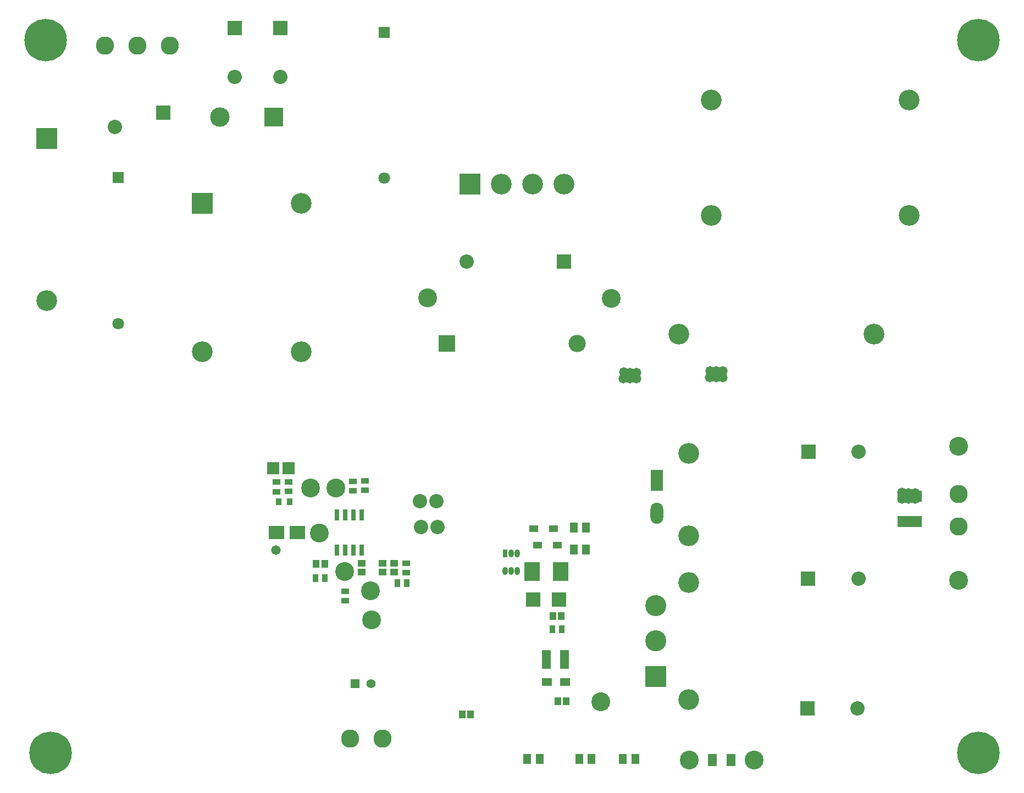
<source format=gbs>
G04 Layer_Color=16711935*
%FSLAX24Y24*%
%MOIN*%
G70*
G01*
G75*
%ADD96R,0.0474X0.0631*%
%ADD97R,0.1458X0.0710*%
%ADD98C,0.2580*%
%ADD99R,0.1045X0.1045*%
%ADD100C,0.1045*%
%ADD101R,0.1261X0.1261*%
%ADD102C,0.1261*%
%ADD103C,0.1143*%
%ADD104C,0.0867*%
%ADD105R,0.0867X0.0867*%
%ADD106C,0.1182*%
%ADD107R,0.1182X0.1182*%
%ADD108C,0.1277*%
%ADD109R,0.1277X0.1277*%
%ADD111R,0.0777X0.1280*%
%ADD112O,0.0777X0.1280*%
%ADD113C,0.1104*%
%ADD114R,0.0552X0.0552*%
%ADD115C,0.0552*%
%ADD116R,0.0867X0.0867*%
%ADD117R,0.0710X0.0710*%
%ADD118C,0.0710*%
%ADD119R,0.1261X0.1261*%
%ADD120C,0.0580*%
%ADD121O,0.0316X0.0493*%
%ADD122R,0.0316X0.0493*%
%ADD123R,0.0316X0.0690*%
%ADD124R,0.0533X0.0769*%
%ADD125R,0.0395X0.0454*%
%ADD126R,0.0572X0.1123*%
%ADD127R,0.0454X0.0395*%
%ADD128R,0.0474X0.0375*%
%ADD129R,0.0356X0.0415*%
%ADD130R,0.0612X0.0513*%
%ADD131R,0.0552X0.0415*%
%ADD132R,0.0930X0.1160*%
%ADD133R,0.0375X0.0474*%
%ADD134R,0.0730X0.0730*%
%ADD135R,0.0926X0.0808*%
D96*
X65008Y45920D02*
D03*
X64260D02*
D03*
X65008Y47250D02*
D03*
X64260D02*
D03*
X67992Y33248D02*
D03*
X67244D02*
D03*
X65335D02*
D03*
X64587D02*
D03*
X62185D02*
D03*
X61437D02*
D03*
D97*
X84624Y49181D02*
D03*
Y47646D02*
D03*
D98*
X32531Y33600D02*
D03*
X88800D02*
D03*
X32232Y76822D02*
D03*
X88800Y76822D02*
D03*
D99*
X56575Y58425D02*
D03*
D100*
X64449D02*
D03*
D101*
X41732Y66929D02*
D03*
X32283Y70866D02*
D03*
D102*
X47732Y66929D02*
D03*
Y57929D02*
D03*
X41732D02*
D03*
X70642Y58993D02*
D03*
X82453D02*
D03*
X71221Y51777D02*
D03*
Y46777D02*
D03*
Y43942D02*
D03*
Y36816D02*
D03*
X32283Y61024D02*
D03*
X63677Y68110D02*
D03*
X59874D02*
D03*
X61776D02*
D03*
X72591Y73190D02*
D03*
X84591D02*
D03*
Y66182D02*
D03*
X72591D02*
D03*
D103*
X49831Y49674D02*
D03*
X87609Y52204D02*
D03*
X48308Y49674D02*
D03*
X71260Y33169D02*
D03*
X75197D02*
D03*
X65901Y36709D02*
D03*
X50351Y44582D02*
D03*
X51937Y43432D02*
D03*
X51988Y41652D02*
D03*
X66534Y61161D02*
D03*
X55412Y61211D02*
D03*
X87609Y44075D02*
D03*
X48840Y46946D02*
D03*
D104*
X36417Y71575D02*
D03*
X55980Y47293D02*
D03*
X54980D02*
D03*
X55944Y48856D02*
D03*
X54944D02*
D03*
X81473Y36287D02*
D03*
X81520Y44162D02*
D03*
X81544Y51872D02*
D03*
X46457Y74606D02*
D03*
X43701D02*
D03*
X57756Y63386D02*
D03*
D105*
X39370Y72441D02*
D03*
X78422Y36287D02*
D03*
X78469Y44162D02*
D03*
X78492Y51872D02*
D03*
X63661Y63386D02*
D03*
D106*
X42783Y72157D02*
D03*
D107*
X46063D02*
D03*
D108*
X69223Y42521D02*
D03*
Y40383D02*
D03*
D109*
Y38245D02*
D03*
D111*
X69300Y50130D02*
D03*
D112*
Y48130D02*
D03*
D113*
X87589Y49285D02*
D03*
Y47316D02*
D03*
X52657Y34449D02*
D03*
X50689D02*
D03*
X39764Y76487D02*
D03*
X37795D02*
D03*
X35827D02*
D03*
D114*
X50984Y37795D02*
D03*
D115*
X51968D02*
D03*
D116*
X61781Y42908D02*
D03*
X63356D02*
D03*
X46457Y77559D02*
D03*
X43701D02*
D03*
D117*
X36614Y68504D02*
D03*
X52756Y77309D02*
D03*
D118*
X36614Y59646D02*
D03*
X52756Y68451D02*
D03*
D119*
X57972Y68110D02*
D03*
D120*
X46206Y45882D02*
D03*
X68079Y56285D02*
D03*
Y56660D02*
D03*
X67659Y56285D02*
D03*
X67278D02*
D03*
X67659Y56680D02*
D03*
X84970Y48986D02*
D03*
Y49360D02*
D03*
X84550Y48986D02*
D03*
X84170D02*
D03*
X84550Y49380D02*
D03*
X84174Y49385D02*
D03*
X67283Y56685D02*
D03*
X72514Y56778D02*
D03*
X72890Y56774D02*
D03*
X72509Y56379D02*
D03*
X72890D02*
D03*
X73310Y56753D02*
D03*
Y56379D02*
D03*
D121*
X60843Y44644D02*
D03*
X60469D02*
D03*
X60095D02*
D03*
X60843Y45707D02*
D03*
X60469D02*
D03*
D122*
X60095D02*
D03*
D123*
X49902Y48046D02*
D03*
X50402D02*
D03*
X50902D02*
D03*
X51402D02*
D03*
X49902Y45900D02*
D03*
X50402D02*
D03*
X50902D02*
D03*
X51402D02*
D03*
D124*
X72667Y33169D02*
D03*
X73789D02*
D03*
D125*
X63298Y36739D02*
D03*
X63810D02*
D03*
X62986Y41901D02*
D03*
X63498D02*
D03*
X57481Y35929D02*
D03*
X57993D02*
D03*
X48643Y45077D02*
D03*
X49155D02*
D03*
D126*
X62609Y39276D02*
D03*
X63712D02*
D03*
D127*
X53363Y45092D02*
D03*
Y44580D02*
D03*
X52652Y45092D02*
D03*
Y44580D02*
D03*
X51390Y45092D02*
D03*
Y44580D02*
D03*
D128*
X46976Y50021D02*
D03*
Y49451D02*
D03*
X50391Y43397D02*
D03*
Y42826D02*
D03*
X54093Y45102D02*
D03*
Y44531D02*
D03*
X50864Y49486D02*
D03*
Y50057D02*
D03*
X46219Y49446D02*
D03*
Y50017D02*
D03*
X51613Y50105D02*
D03*
Y49534D02*
D03*
D129*
X46353Y48835D02*
D03*
X47022D02*
D03*
D130*
X63741Y37884D02*
D03*
X62619D02*
D03*
D131*
X63252Y46184D02*
D03*
X62052D02*
D03*
X61820Y47195D02*
D03*
X63021D02*
D03*
D132*
X61737Y44597D02*
D03*
X63477D02*
D03*
D133*
X63546Y41111D02*
D03*
X62975D02*
D03*
X53569Y43892D02*
D03*
X54139D02*
D03*
X49165Y44187D02*
D03*
X48594D02*
D03*
D134*
X46974Y50867D02*
D03*
X46029D02*
D03*
D135*
X46231Y46951D02*
D03*
X47491D02*
D03*
M02*

</source>
